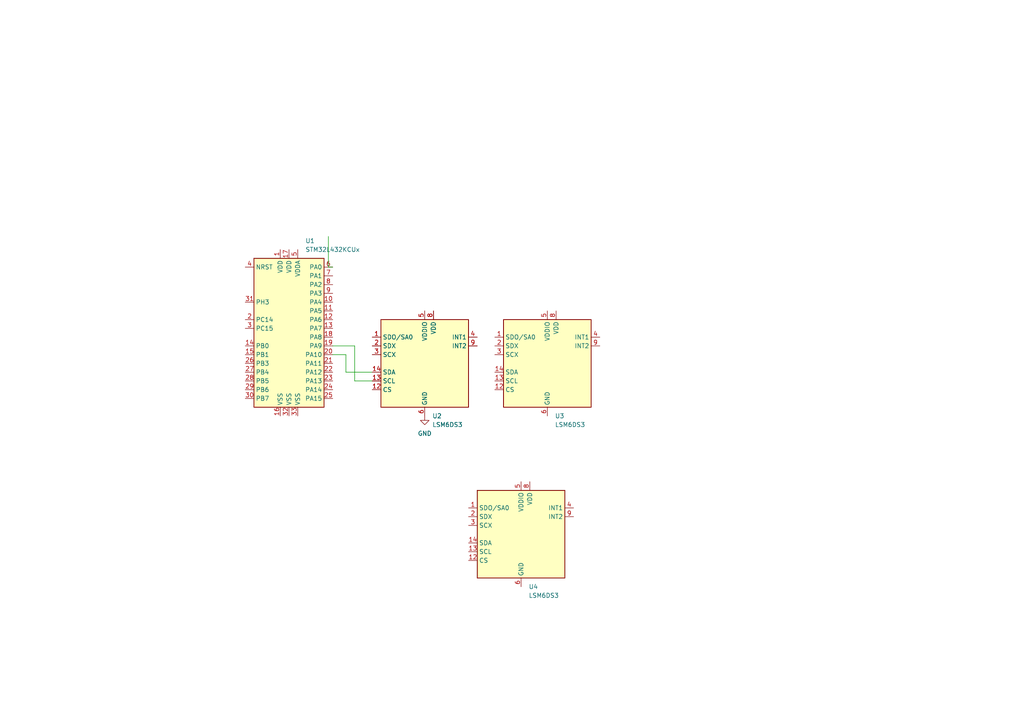
<source format=kicad_sch>
(kicad_sch (version 20231120) (generator "eeschema") (generator_version "8.0")
  (paper "A4")
  (lib_symbols
    (symbol "MCU_ST_STM32L42:STM32L432KCUx"
      (property "Reference" "U" (at -10.16 21.59 0))
      (property "Value" "STM32L432KCUx" (at 5.08 21.59 0))
      (symbol "STM32L432KCUx_0_1"
        (rectangle (start -10.16 -22.86) (end 10.16 20.32) (stroke (width 0.254)) (fill (type background)))
      )
      (symbol "STM32L432KCUx_1_1"
        (pin power_in line (at -2.54 22.86 270) (length 2.54) (name "VDD") (number "1"))
        (pin bidirectional line (at 12.7 7.62 180) (length 2.54) (name "PA4") (number "10"))
        (pin bidirectional line (at 12.7 5.08 180) (length 2.54) (name "PA5") (number "11"))
        (pin bidirectional line (at 12.7 2.54 180) (length 2.54) (name "PA6") (number "12"))
        (pin bidirectional line (at 12.7 0 180) (length 2.54) (name "PA7") (number "13"))
        (pin bidirectional line (at -12.7 -5.08 0) (length 2.54) (name "PB0") (number "14"))
        (pin bidirectional line (at -12.7 -7.62 0) (length 2.54) (name "PB1") (number "15"))
        (pin power_in line (at -2.54 -25.4 90) (length 2.54) (name "VSS") (number "16"))
        (pin power_in line (at 0 22.86 270) (length 2.54) (name "VDD") (number "17"))
        (pin bidirectional line (at 12.7 -2.54 180) (length 2.54) (name "PA8") (number "18"))
        (pin bidirectional line (at 12.7 -5.08 180) (length 2.54) (name "PA9") (number "19"))
        (pin bidirectional line (at -12.7 2.54 0) (length 2.54) (name "PC14") (number "2"))
        (pin bidirectional line (at 12.7 -7.62 180) (length 2.54) (name "PA10") (number "20"))
        (pin bidirectional line (at 12.7 -10.16 180) (length 2.54) (name "PA11") (number "21"))
        (pin bidirectional line (at 12.7 -12.7 180) (length 2.54) (name "PA12") (number "22"))
        (pin bidirectional line (at 12.7 -15.24 180) (length 2.54) (name "PA13") (number "23"))
        (pin bidirectional line (at 12.7 -17.78 180) (length 2.54) (name "PA14") (number "24"))
        (pin bidirectional line (at 12.7 -20.32 180) (length 2.54) (name "PA15") (number "25"))
        (pin bidirectional line (at -12.7 -10.16 0) (length 2.54) (name "PB3") (number "26"))
        (pin bidirectional line (at -12.7 -12.7 0) (length 2.54) (name "PB4") (number "27"))
        (pin bidirectional line (at -12.7 -15.24 0) (length 2.54) (name "PB5") (number "28"))
        (pin bidirectional line (at -12.7 -17.78 0) (length 2.54) (name "PB6") (number "29"))
        (pin bidirectional line (at -12.7 0 0) (length 2.54) (name "PC15") (number "3"))
        (pin bidirectional line (at -12.7 -20.32 0) (length 2.54) (name "PB7") (number "30"))
        (pin bidirectional line (at -12.7 7.62 0) (length 2.54) (name "PH3") (number "31"))
        (pin power_in line (at 0 -25.4 90) (length 2.54) (name "VSS") (number "32"))
        (pin power_in line (at 2.54 -25.4 90) (length 2.54) (name "VSS") (number "33"))
        (pin input line (at -12.7 17.78 0) (length 2.54) (name "NRST") (number "4"))
        (pin power_in line (at 2.54 22.86 270) (length 2.54) (name "VDDA") (number "5"))
        (pin bidirectional line (at 12.7 17.78 180) (length 2.54) (name "PA0") (number "6"))
        (pin bidirectional line (at 12.7 15.24 180) (length 2.54) (name "PA1") (number "7"))
        (pin bidirectional line (at 12.7 12.7 180) (length 2.54) (name "PA2") (number "8"))
        (pin bidirectional line (at 12.7 10.16 180) (length 2.54) (name "PA3") (number "9"))
      )
    )
    (symbol "Sensor_Motion:LSM6DS3"
      (property "Reference" "U" (at -11.43 15.24 0))
      (property "Value" "LSM6DS3" (at -11.43 12.7 0))
      (symbol "LSM6DS3_0_1"
        (rectangle (start -12.7 12.7) (end 12.7 -12.7) (stroke (width 0.254)) (fill (type background)))
      )
      (symbol "LSM6DS3_1_1"
        (pin bidirectional line (at -15.24 7.62 0) (length 2.54) (name "SDO/SA0") (number "1"))
        (pin no_connect line (at 12.7 -5.08 180) (length 3.81) hide (name "NC") (number "10"))
        (pin no_connect line (at 12.7 -2.54 180) (length 3.81) hide (name "NC") (number "11"))
        (pin input line (at -15.24 -7.62 0) (length 2.54) (name "CS") (number "12"))
        (pin input line (at -15.24 -5.08 0) (length 2.54) (name "SCL") (number "13"))
        (pin bidirectional line (at -15.24 -2.54 0) (length 2.54) (name "SDA") (number "14"))
        (pin bidirectional line (at -15.24 5.08 0) (length 2.54) (name "SDX") (number "2"))
        (pin input line (at -15.24 2.54 0) (length 2.54) (name "SCX") (number "3"))
        (pin output line (at 15.24 7.62 180) (length 2.54) (name "INT1") (number "4"))
        (pin power_in line (at 0 15.24 270) (length 2.54) (name "VDDIO") (number "5"))
        (pin power_in line (at 0 -15.24 90) (length 2.54) (name "GND") (number "6"))
        (pin passive line (at 0 -15.24 90) (length 2.54) hide (name "GND") (number "7"))
        (pin power_in line (at 2.54 15.24 270) (length 2.54) (name "VDD") (number "8"))
        (pin output line (at 15.24 5.08 180) (length 2.54) (name "INT2") (number "9"))
      )
    )
    (symbol "power:GND" (power) (pin_numbers hide) (pin_names (offset 0) hide)
      (property "Value" "GND" (at 0 -3.81 0))
      (symbol "GND_0_1"
        (polyline (pts (xy 0 0) (xy 0 -1.27) (xy 1.27 -1.27) (xy 0 -2.54) (xy -1.27 -1.27) (xy 0 -1.27)))
      )
      (symbol "GND_1_1"
        (pin power_in line (at 0 0 270) (length 0) (name "~") (number "1"))
      )
    )
  )
  (wire (pts (xy 100.33 107.95) (xy 100.33 102.87)))
  (wire (pts (xy 107.95 107.95) (xy 100.33 107.95)))
  (wire (pts (xy 95.25 77.47) (xy 95.25 68.58)))
  (wire (pts (xy 100.33 102.87) (xy 96.52 102.87)))
  (wire (pts (xy 102.87 100.33) (xy 96.52 100.33)))
  (wire (pts (xy 102.87 110.49) (xy 102.87 100.33)))
  (wire (pts (xy 107.95 110.49) (xy 102.87 110.49)))
  (wire (pts (xy 95.25 77.47) (xy 96.52 77.47)))
  (symbol (lib_id "Sensor_Motion:LSM6DS3") (at 151.13 154.94 0) (unit 1)
    (property "Reference" "U4" (at 153.3241 170.18 0) (effects (justify left)))
    (property "Value" "LSM6DS3" (at 153.3241 172.72 0) (effects (justify left)))
    (property "Footprint" "Package_LGA:LGA-14_3x2.5mm_P0.5mm_LayoutBorder3x4y" (effects (hide yes)))
    (property "Datasheet" "https://www.st.com/resource/en/datasheet/lsm6ds3tr-c.pdf" (effects (hide yes)))
    (property "Description" "I2C/SPI, iNEMO inertial module: always-on 3D accelerometer and 3D gyroscope" (effects (hide yes)))
  )
  (symbol (lib_id "Sensor_Motion:LSM6DS3") (at 123.19 105.41 0) (unit 1)
    (property "Reference" "U2" (at 125.3841 120.65 0) (effects (justify left)))
    (property "Value" "LSM6DS3" (at 125.3841 123.19 0) (effects (justify left)))
    (property "Footprint" "Package_LGA:LGA-14_3x2.5mm_P0.5mm_LayoutBorder3x4y" (effects (hide yes)))
    (property "Datasheet" "https://www.st.com/resource/en/datasheet/lsm6ds3tr-c.pdf" (effects (hide yes)))
    (property "Description" "I2C/SPI, iNEMO inertial module: always-on 3D accelerometer and 3D gyroscope" (effects (hide yes)))
  )
  (symbol (lib_id "Sensor_Motion:LSM6DS3") (at 158.75 105.41 0) (unit 1)
    (property "Reference" "U3" (at 160.9441 120.65 0) (effects (justify left)))
    (property "Value" "LSM6DS3" (at 160.9441 123.19 0) (effects (justify left)))
    (property "Footprint" "Package_LGA:LGA-14_3x2.5mm_P0.5mm_LayoutBorder3x4y" (effects (hide yes)))
    (property "Datasheet" "https://www.st.com/resource/en/datasheet/lsm6ds3tr-c.pdf" (effects (hide yes)))
    (property "Description" "I2C/SPI, iNEMO inertial module: always-on 3D accelerometer and 3D gyroscope" (effects (hide yes)))
  )
  (symbol (lib_id "MCU_ST_STM32L42:STM32L432KCUx") (at 83.82 95.25 0) (unit 1)
    (property "Reference" "U1" (at 88.5541 69.85 0) (effects (justify left)))
    (property "Value" "STM32L432KCUx" (at 88.5541 72.39 0) (effects (justify left)))
    (property "Footprint" "Package_DFN_QFN:QFN-32-1EP_5x5mm_P0.5mm_EP3.45x3.45mm" (effects (hide yes)))
    (property "Datasheet" "http://www.st.com/st-web-ui/static/active/en/resource/technical/document/datasheet/DM00257205.pdf" (effects (hide yes)))
    (property "Description" "ARM Cortex-M4 MCU, 256KB flash, 64KB RAM, 80MHz, 1.71-3.6V, 26 GPIO, UFQFPN-32" (effects (hide yes)))
  )
  (symbol (lib_id "power:GND") (at 123.19 120.65 0) (unit 1)
    (property "Reference" "#PWR01" (effects (hide yes)))
    (property "Value" "GND" (at 123.19 125.73 0))
    (property "Description" "Power symbol creates a global label with name \"GND\" , ground" (effects (hide yes)))
  )
)
</source>
